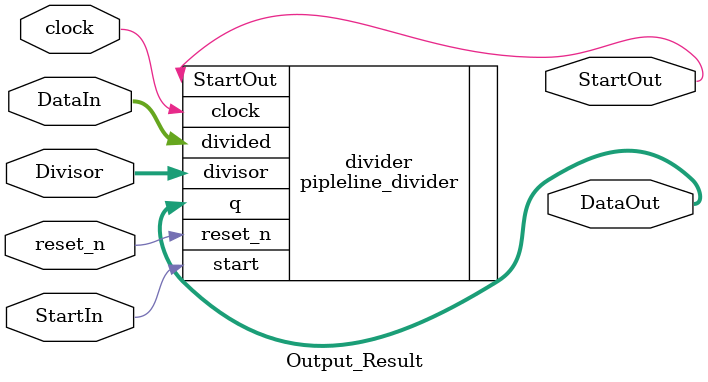
<source format=v>
module Output_Result(
  input wire clock,
  input wire reset_n,
  input wire [27:0] DataIn,
  input wire StartIn,
  input wire [19:0] Divisor,
  output wire StartOut,
  output wire [7:0] DataOut
  );
  

  
  pipleline_divider divider(
    .clock(clock),
    .reset_n(reset_n),
    .start(StartIn),
    .divided(DataIn),
    .divisor(Divisor),
    .q(DataOut),
    .StartOut(StartOut)
  );


endmodule

</source>
